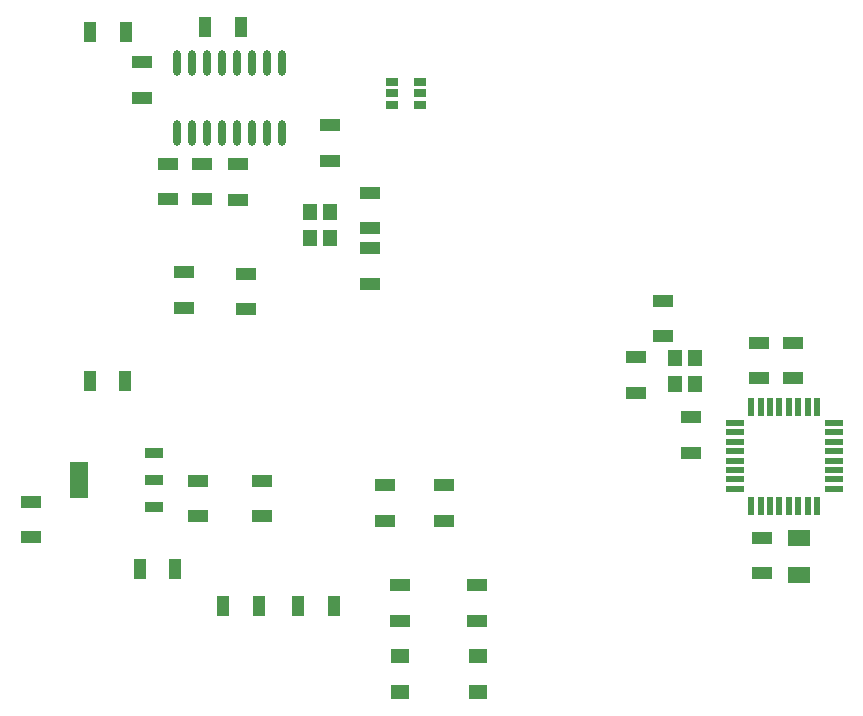
<source format=gtp>
G04*
G04 #@! TF.GenerationSoftware,Altium Limited,Altium Designer,23.1.1 (15)*
G04*
G04 Layer_Color=8421504*
%FSLAX44Y44*%
%MOMM*%
G71*
G04*
G04 #@! TF.SameCoordinates,F8FEC074-9B5C-4FA2-A9AA-F0323AAD1731*
G04*
G04*
G04 #@! TF.FilePolarity,Positive*
G04*
G01*
G75*
%ADD18R,1.8034X1.1176*%
%ADD19R,1.0000X0.7000*%
%ADD20R,1.1176X1.8034*%
%ADD21O,0.6096X2.2000*%
%ADD22R,1.5000X1.2000*%
%ADD23R,1.1999X1.3998*%
%ADD24R,1.5500X0.5080*%
%ADD25R,0.5080X1.5500*%
%ADD26R,1.8542X1.3716*%
%ADD27R,1.6002X3.0988*%
%ADD28R,1.6002X0.8382*%
D18*
X378460Y181610D02*
D03*
Y211582D02*
D03*
X173990Y453898D02*
D03*
Y483870D02*
D03*
X158750Y391922D02*
D03*
Y361950D02*
D03*
X647700Y137160D02*
D03*
Y167132D02*
D03*
X674370Y332486D02*
D03*
Y302514D02*
D03*
X210820Y390652D02*
D03*
Y360680D02*
D03*
X144780Y453898D02*
D03*
Y483870D02*
D03*
X204470Y483362D02*
D03*
Y453390D02*
D03*
X123190Y539750D02*
D03*
Y569722D02*
D03*
X281940Y486664D02*
D03*
Y516636D02*
D03*
X170180Y185420D02*
D03*
Y215392D02*
D03*
X224790Y185420D02*
D03*
Y215392D02*
D03*
X316230Y459232D02*
D03*
Y429260D02*
D03*
X29210Y167640D02*
D03*
Y197612D02*
D03*
X588010Y239268D02*
D03*
Y269240D02*
D03*
X406400Y127000D02*
D03*
Y97028D02*
D03*
X341630D02*
D03*
Y127000D02*
D03*
X328930Y181610D02*
D03*
Y211582D02*
D03*
X541020Y290068D02*
D03*
Y320040D02*
D03*
X645160Y332232D02*
D03*
Y302260D02*
D03*
X563880Y337820D02*
D03*
Y367792D02*
D03*
X316230Y412242D02*
D03*
Y382270D02*
D03*
D19*
X358140Y553060D02*
D03*
Y543560D02*
D03*
Y534060D02*
D03*
X334515D02*
D03*
Y543560D02*
D03*
Y553060D02*
D03*
D20*
X285242Y109220D02*
D03*
X255270D02*
D03*
X191770D02*
D03*
X221742D02*
D03*
X79248Y595630D02*
D03*
X109220D02*
D03*
X206502Y599440D02*
D03*
X176530D02*
D03*
X120904Y140970D02*
D03*
X150876D02*
D03*
X108712Y299720D02*
D03*
X78740D02*
D03*
D21*
X152400Y569468D02*
D03*
X165100D02*
D03*
X177800D02*
D03*
X190500D02*
D03*
X203200D02*
D03*
X215900D02*
D03*
X228600D02*
D03*
X241300D02*
D03*
Y510032D02*
D03*
X228600D02*
D03*
X215900D02*
D03*
X203200D02*
D03*
X190500D02*
D03*
X177800D02*
D03*
X165100D02*
D03*
X152400D02*
D03*
D22*
X341670Y36830D02*
D03*
X407670Y66830D02*
D03*
Y36830D02*
D03*
X341670Y66830D02*
D03*
D23*
X590931Y297608D02*
D03*
Y319609D02*
D03*
X573931Y297609D02*
D03*
Y319609D02*
D03*
X265430Y443230D02*
D03*
Y421228D02*
D03*
X282430Y443228D02*
D03*
Y421228D02*
D03*
D24*
X708750Y264650D02*
D03*
Y256776D02*
D03*
Y248648D02*
D03*
Y240774D02*
D03*
Y232646D02*
D03*
Y224772D02*
D03*
Y216644D02*
D03*
Y208770D02*
D03*
X624750D02*
D03*
Y216644D02*
D03*
Y224772D02*
D03*
Y232646D02*
D03*
Y240774D02*
D03*
Y248648D02*
D03*
Y256776D02*
D03*
Y264650D02*
D03*
D25*
X694690Y194220D02*
D03*
X686816D02*
D03*
X678688D02*
D03*
X670814D02*
D03*
X662686D02*
D03*
X654812D02*
D03*
X646684D02*
D03*
X638810D02*
D03*
Y278220D02*
D03*
X646684D02*
D03*
X654812D02*
D03*
X662686D02*
D03*
X670814D02*
D03*
X678688D02*
D03*
X686816D02*
D03*
X694690D02*
D03*
D26*
X679450Y135890D02*
D03*
Y167132D02*
D03*
D27*
X69342Y216154D02*
D03*
D28*
X133350Y193040D02*
D03*
Y216154D02*
D03*
Y239268D02*
D03*
M02*

</source>
